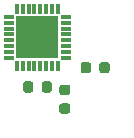
<source format=gbp>
G04 #@! TF.GenerationSoftware,KiCad,Pcbnew,(5.1.6-0-10_14)*
G04 #@! TF.CreationDate,2020-06-29T16:32:02+02:00*
G04 #@! TF.ProjectId,excitation-pcb,65786369-7461-4746-996f-6e2d7063622e,rev?*
G04 #@! TF.SameCoordinates,Original*
G04 #@! TF.FileFunction,Paste,Bot*
G04 #@! TF.FilePolarity,Positive*
%FSLAX46Y46*%
G04 Gerber Fmt 4.6, Leading zero omitted, Abs format (unit mm)*
G04 Created by KiCad (PCBNEW (5.1.6-0-10_14)) date 2020-06-29 16:32:02*
%MOMM*%
%LPD*%
G01*
G04 APERTURE LIST*
%ADD10R,0.900000X0.300000*%
%ADD11R,0.300000X0.900000*%
%ADD12R,3.550000X3.550000*%
G04 APERTURE END LIST*
G36*
G01*
X92436400Y-137564150D02*
X92436400Y-138076650D01*
G75*
G02*
X92217650Y-138295400I-218750J0D01*
G01*
X91780150Y-138295400D01*
G75*
G02*
X91561400Y-138076650I0J218750D01*
G01*
X91561400Y-137564150D01*
G75*
G02*
X91780150Y-137345400I218750J0D01*
G01*
X92217650Y-137345400D01*
G75*
G02*
X92436400Y-137564150I0J-218750D01*
G01*
G37*
G36*
G01*
X90861400Y-137564150D02*
X90861400Y-138076650D01*
G75*
G02*
X90642650Y-138295400I-218750J0D01*
G01*
X90205150Y-138295400D01*
G75*
G02*
X89986400Y-138076650I0J218750D01*
G01*
X89986400Y-137564150D01*
G75*
G02*
X90205150Y-137345400I218750J0D01*
G01*
X90642650Y-137345400D01*
G75*
G02*
X90861400Y-137564150I0J-218750D01*
G01*
G37*
D10*
X88749800Y-135376800D03*
X88749800Y-134876800D03*
X88749800Y-134376800D03*
X88749800Y-133876800D03*
X88749800Y-133376800D03*
X88749800Y-132876800D03*
X88749800Y-132376800D03*
X88749800Y-131876800D03*
D11*
X89449800Y-131176800D03*
X89949800Y-131176800D03*
X90449800Y-131176800D03*
X90949800Y-131176800D03*
X91449800Y-131176800D03*
X91949800Y-131176800D03*
X92449800Y-131176800D03*
X92949800Y-131176800D03*
D10*
X93649800Y-131876800D03*
X93649800Y-132376800D03*
X93649800Y-132876800D03*
X93649800Y-133376800D03*
X93649800Y-133876800D03*
X93649800Y-134376800D03*
X93649800Y-134876800D03*
X93649800Y-135376800D03*
D11*
X92949800Y-136076800D03*
X92449800Y-136076800D03*
X91949800Y-136076800D03*
X91449800Y-136076800D03*
X90949800Y-136076800D03*
X90449800Y-136076800D03*
X89949800Y-136076800D03*
X89449800Y-136076800D03*
D12*
X91199800Y-133626800D03*
G36*
G01*
X93266550Y-137636700D02*
X93779050Y-137636700D01*
G75*
G02*
X93997800Y-137855450I0J-218750D01*
G01*
X93997800Y-138292950D01*
G75*
G02*
X93779050Y-138511700I-218750J0D01*
G01*
X93266550Y-138511700D01*
G75*
G02*
X93047800Y-138292950I0J218750D01*
G01*
X93047800Y-137855450D01*
G75*
G02*
X93266550Y-137636700I218750J0D01*
G01*
G37*
G36*
G01*
X93266550Y-139211700D02*
X93779050Y-139211700D01*
G75*
G02*
X93997800Y-139430450I0J-218750D01*
G01*
X93997800Y-139867950D01*
G75*
G02*
X93779050Y-140086700I-218750J0D01*
G01*
X93266550Y-140086700D01*
G75*
G02*
X93047800Y-139867950I0J218750D01*
G01*
X93047800Y-139430450D01*
G75*
G02*
X93266550Y-139211700I218750J0D01*
G01*
G37*
G36*
G01*
X95738200Y-135938550D02*
X95738200Y-136451050D01*
G75*
G02*
X95519450Y-136669800I-218750J0D01*
G01*
X95081950Y-136669800D01*
G75*
G02*
X94863200Y-136451050I0J218750D01*
G01*
X94863200Y-135938550D01*
G75*
G02*
X95081950Y-135719800I218750J0D01*
G01*
X95519450Y-135719800D01*
G75*
G02*
X95738200Y-135938550I0J-218750D01*
G01*
G37*
G36*
G01*
X97313200Y-135938550D02*
X97313200Y-136451050D01*
G75*
G02*
X97094450Y-136669800I-218750J0D01*
G01*
X96656950Y-136669800D01*
G75*
G02*
X96438200Y-136451050I0J218750D01*
G01*
X96438200Y-135938550D01*
G75*
G02*
X96656950Y-135719800I218750J0D01*
G01*
X97094450Y-135719800D01*
G75*
G02*
X97313200Y-135938550I0J-218750D01*
G01*
G37*
M02*

</source>
